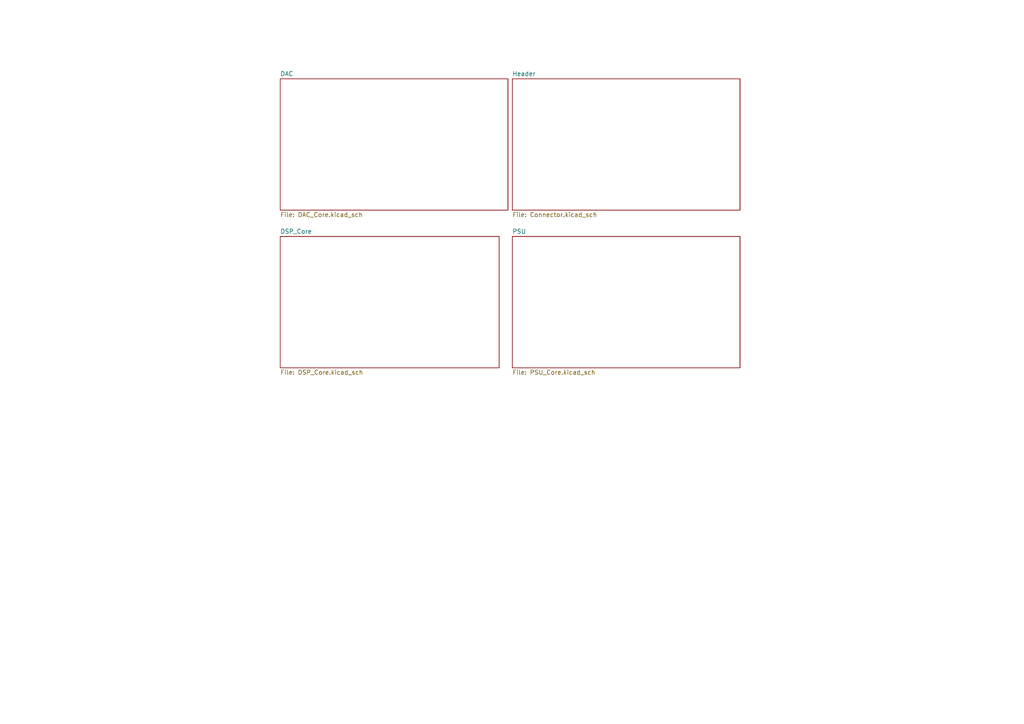
<source format=kicad_sch>
(kicad_sch (version 20211123) (generator eeschema)
  (paper "A4")
  (lib_symbols)
  (sheet (at 148.59 68.58) (size 66.04 38.1) (stroke (width 0.1524))
    (property "Sheet name" "PSU" (at 148.59 67.8684 0) (effects (justify left bottom)))
    (property "Sheet file" "PSU_Core.kicad_sch" (at 148.59 107.2646 0) (effects (justify left top)))
  )
  (sheet (at 148.59 22.86) (size 66.04 38.1) (stroke (width 0.1524))
    (property "Sheet name" "Header" (at 148.59 22.1484 0) (effects (justify left bottom)))
    (property "Sheet file" "Connector.kicad_sch" (at 148.59 61.5446 0) (effects (justify left top)))
  )
  (sheet (at 81.28 22.86) (size 66.04 38.1) (stroke (width 0.1524))
    (property "Sheet name" "DAC" (at 81.28 22.1484 0) (effects (justify left bottom)))
    (property "Sheet file" "DAC_Core.kicad_sch" (at 81.28 61.5446 0) (effects (justify left top)))
  )
  (sheet (at 81.28 68.58) (size 63.5 38.1) (stroke (width 0.1524))
    (property "Sheet name" "DSP_Core" (at 81.28 67.8684 0) (effects (justify left bottom)))
    (property "Sheet file" "DSP_Core.kicad_sch" (at 81.28 107.2646 0) (effects (justify left top)))
  )
)
</source>
